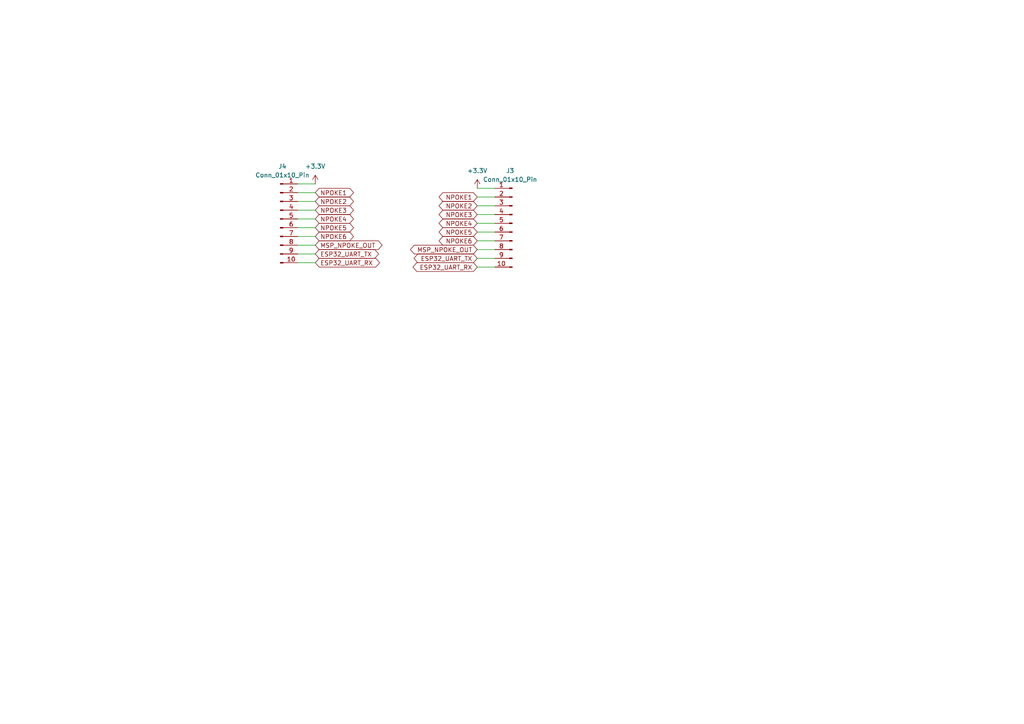
<source format=kicad_sch>
(kicad_sch
	(version 20250114)
	(generator "eeschema")
	(generator_version "9.0")
	(uuid "06ea01e3-bf4b-45b4-98e7-b3d0b06b83f1")
	(paper "A4")
	(lib_symbols
		(symbol "Connector:Conn_01x10_Pin"
			(pin_names
				(offset 1.016)
				(hide yes)
			)
			(exclude_from_sim no)
			(in_bom yes)
			(on_board yes)
			(property "Reference" "J"
				(at 0 12.7 0)
				(effects
					(font
						(size 1.27 1.27)
					)
				)
			)
			(property "Value" "Conn_01x10_Pin"
				(at 0 -15.24 0)
				(effects
					(font
						(size 1.27 1.27)
					)
				)
			)
			(property "Footprint" ""
				(at 0 0 0)
				(effects
					(font
						(size 1.27 1.27)
					)
					(hide yes)
				)
			)
			(property "Datasheet" "~"
				(at 0 0 0)
				(effects
					(font
						(size 1.27 1.27)
					)
					(hide yes)
				)
			)
			(property "Description" "Generic connector, single row, 01x10, script generated"
				(at 0 0 0)
				(effects
					(font
						(size 1.27 1.27)
					)
					(hide yes)
				)
			)
			(property "ki_locked" ""
				(at 0 0 0)
				(effects
					(font
						(size 1.27 1.27)
					)
				)
			)
			(property "ki_keywords" "connector"
				(at 0 0 0)
				(effects
					(font
						(size 1.27 1.27)
					)
					(hide yes)
				)
			)
			(property "ki_fp_filters" "Connector*:*_1x??_*"
				(at 0 0 0)
				(effects
					(font
						(size 1.27 1.27)
					)
					(hide yes)
				)
			)
			(symbol "Conn_01x10_Pin_1_1"
				(rectangle
					(start 0.8636 10.287)
					(end 0 10.033)
					(stroke
						(width 0.1524)
						(type default)
					)
					(fill
						(type outline)
					)
				)
				(rectangle
					(start 0.8636 7.747)
					(end 0 7.493)
					(stroke
						(width 0.1524)
						(type default)
					)
					(fill
						(type outline)
					)
				)
				(rectangle
					(start 0.8636 5.207)
					(end 0 4.953)
					(stroke
						(width 0.1524)
						(type default)
					)
					(fill
						(type outline)
					)
				)
				(rectangle
					(start 0.8636 2.667)
					(end 0 2.413)
					(stroke
						(width 0.1524)
						(type default)
					)
					(fill
						(type outline)
					)
				)
				(rectangle
					(start 0.8636 0.127)
					(end 0 -0.127)
					(stroke
						(width 0.1524)
						(type default)
					)
					(fill
						(type outline)
					)
				)
				(rectangle
					(start 0.8636 -2.413)
					(end 0 -2.667)
					(stroke
						(width 0.1524)
						(type default)
					)
					(fill
						(type outline)
					)
				)
				(rectangle
					(start 0.8636 -4.953)
					(end 0 -5.207)
					(stroke
						(width 0.1524)
						(type default)
					)
					(fill
						(type outline)
					)
				)
				(rectangle
					(start 0.8636 -7.493)
					(end 0 -7.747)
					(stroke
						(width 0.1524)
						(type default)
					)
					(fill
						(type outline)
					)
				)
				(rectangle
					(start 0.8636 -10.033)
					(end 0 -10.287)
					(stroke
						(width 0.1524)
						(type default)
					)
					(fill
						(type outline)
					)
				)
				(rectangle
					(start 0.8636 -12.573)
					(end 0 -12.827)
					(stroke
						(width 0.1524)
						(type default)
					)
					(fill
						(type outline)
					)
				)
				(polyline
					(pts
						(xy 1.27 10.16) (xy 0.8636 10.16)
					)
					(stroke
						(width 0.1524)
						(type default)
					)
					(fill
						(type none)
					)
				)
				(polyline
					(pts
						(xy 1.27 7.62) (xy 0.8636 7.62)
					)
					(stroke
						(width 0.1524)
						(type default)
					)
					(fill
						(type none)
					)
				)
				(polyline
					(pts
						(xy 1.27 5.08) (xy 0.8636 5.08)
					)
					(stroke
						(width 0.1524)
						(type default)
					)
					(fill
						(type none)
					)
				)
				(polyline
					(pts
						(xy 1.27 2.54) (xy 0.8636 2.54)
					)
					(stroke
						(width 0.1524)
						(type default)
					)
					(fill
						(type none)
					)
				)
				(polyline
					(pts
						(xy 1.27 0) (xy 0.8636 0)
					)
					(stroke
						(width 0.1524)
						(type default)
					)
					(fill
						(type none)
					)
				)
				(polyline
					(pts
						(xy 1.27 -2.54) (xy 0.8636 -2.54)
					)
					(stroke
						(width 0.1524)
						(type default)
					)
					(fill
						(type none)
					)
				)
				(polyline
					(pts
						(xy 1.27 -5.08) (xy 0.8636 -5.08)
					)
					(stroke
						(width 0.1524)
						(type default)
					)
					(fill
						(type none)
					)
				)
				(polyline
					(pts
						(xy 1.27 -7.62) (xy 0.8636 -7.62)
					)
					(stroke
						(width 0.1524)
						(type default)
					)
					(fill
						(type none)
					)
				)
				(polyline
					(pts
						(xy 1.27 -10.16) (xy 0.8636 -10.16)
					)
					(stroke
						(width 0.1524)
						(type default)
					)
					(fill
						(type none)
					)
				)
				(polyline
					(pts
						(xy 1.27 -12.7) (xy 0.8636 -12.7)
					)
					(stroke
						(width 0.1524)
						(type default)
					)
					(fill
						(type none)
					)
				)
				(pin passive line
					(at 5.08 10.16 180)
					(length 3.81)
					(name "Pin_1"
						(effects
							(font
								(size 1.27 1.27)
							)
						)
					)
					(number "1"
						(effects
							(font
								(size 1.27 1.27)
							)
						)
					)
				)
				(pin passive line
					(at 5.08 7.62 180)
					(length 3.81)
					(name "Pin_2"
						(effects
							(font
								(size 1.27 1.27)
							)
						)
					)
					(number "2"
						(effects
							(font
								(size 1.27 1.27)
							)
						)
					)
				)
				(pin passive line
					(at 5.08 5.08 180)
					(length 3.81)
					(name "Pin_3"
						(effects
							(font
								(size 1.27 1.27)
							)
						)
					)
					(number "3"
						(effects
							(font
								(size 1.27 1.27)
							)
						)
					)
				)
				(pin passive line
					(at 5.08 2.54 180)
					(length 3.81)
					(name "Pin_4"
						(effects
							(font
								(size 1.27 1.27)
							)
						)
					)
					(number "4"
						(effects
							(font
								(size 1.27 1.27)
							)
						)
					)
				)
				(pin passive line
					(at 5.08 0 180)
					(length 3.81)
					(name "Pin_5"
						(effects
							(font
								(size 1.27 1.27)
							)
						)
					)
					(number "5"
						(effects
							(font
								(size 1.27 1.27)
							)
						)
					)
				)
				(pin passive line
					(at 5.08 -2.54 180)
					(length 3.81)
					(name "Pin_6"
						(effects
							(font
								(size 1.27 1.27)
							)
						)
					)
					(number "6"
						(effects
							(font
								(size 1.27 1.27)
							)
						)
					)
				)
				(pin passive line
					(at 5.08 -5.08 180)
					(length 3.81)
					(name "Pin_7"
						(effects
							(font
								(size 1.27 1.27)
							)
						)
					)
					(number "7"
						(effects
							(font
								(size 1.27 1.27)
							)
						)
					)
				)
				(pin passive line
					(at 5.08 -7.62 180)
					(length 3.81)
					(name "Pin_8"
						(effects
							(font
								(size 1.27 1.27)
							)
						)
					)
					(number "8"
						(effects
							(font
								(size 1.27 1.27)
							)
						)
					)
				)
				(pin passive line
					(at 5.08 -10.16 180)
					(length 3.81)
					(name "Pin_9"
						(effects
							(font
								(size 1.27 1.27)
							)
						)
					)
					(number "9"
						(effects
							(font
								(size 1.27 1.27)
							)
						)
					)
				)
				(pin passive line
					(at 5.08 -12.7 180)
					(length 3.81)
					(name "Pin_10"
						(effects
							(font
								(size 1.27 1.27)
							)
						)
					)
					(number "10"
						(effects
							(font
								(size 1.27 1.27)
							)
						)
					)
				)
			)
			(embedded_fonts no)
		)
		(symbol "power:+3.3V"
			(power)
			(pin_numbers
				(hide yes)
			)
			(pin_names
				(offset 0)
				(hide yes)
			)
			(exclude_from_sim no)
			(in_bom yes)
			(on_board yes)
			(property "Reference" "#PWR"
				(at 0 -3.81 0)
				(effects
					(font
						(size 1.27 1.27)
					)
					(hide yes)
				)
			)
			(property "Value" "+3.3V"
				(at 0 3.556 0)
				(effects
					(font
						(size 1.27 1.27)
					)
				)
			)
			(property "Footprint" ""
				(at 0 0 0)
				(effects
					(font
						(size 1.27 1.27)
					)
					(hide yes)
				)
			)
			(property "Datasheet" ""
				(at 0 0 0)
				(effects
					(font
						(size 1.27 1.27)
					)
					(hide yes)
				)
			)
			(property "Description" "Power symbol creates a global label with name \"+3.3V\""
				(at 0 0 0)
				(effects
					(font
						(size 1.27 1.27)
					)
					(hide yes)
				)
			)
			(property "ki_keywords" "global power"
				(at 0 0 0)
				(effects
					(font
						(size 1.27 1.27)
					)
					(hide yes)
				)
			)
			(symbol "+3.3V_0_1"
				(polyline
					(pts
						(xy -0.762 1.27) (xy 0 2.54)
					)
					(stroke
						(width 0)
						(type default)
					)
					(fill
						(type none)
					)
				)
				(polyline
					(pts
						(xy 0 2.54) (xy 0.762 1.27)
					)
					(stroke
						(width 0)
						(type default)
					)
					(fill
						(type none)
					)
				)
				(polyline
					(pts
						(xy 0 0) (xy 0 2.54)
					)
					(stroke
						(width 0)
						(type default)
					)
					(fill
						(type none)
					)
				)
			)
			(symbol "+3.3V_1_1"
				(pin power_in line
					(at 0 0 90)
					(length 0)
					(name "~"
						(effects
							(font
								(size 1.27 1.27)
							)
						)
					)
					(number "1"
						(effects
							(font
								(size 1.27 1.27)
							)
						)
					)
				)
			)
			(embedded_fonts no)
		)
	)
	(wire
		(pts
			(xy 138.43 67.31) (xy 143.51 67.31)
		)
		(stroke
			(width 0)
			(type default)
		)
		(uuid "02580580-60b8-4c2e-81b9-42e1f488c17d")
	)
	(wire
		(pts
			(xy 86.36 73.66) (xy 91.44 73.66)
		)
		(stroke
			(width 0)
			(type default)
		)
		(uuid "114564e8-7b6e-4c78-b003-8544ca74f74c")
	)
	(wire
		(pts
			(xy 86.36 71.12) (xy 91.44 71.12)
		)
		(stroke
			(width 0)
			(type default)
		)
		(uuid "2eefbb9e-d1e6-4e08-bd69-eda2af63e6d0")
	)
	(wire
		(pts
			(xy 86.36 58.42) (xy 91.44 58.42)
		)
		(stroke
			(width 0)
			(type default)
		)
		(uuid "2fb3a64d-963a-4765-b1f7-859771583515")
	)
	(wire
		(pts
			(xy 86.36 76.2) (xy 91.44 76.2)
		)
		(stroke
			(width 0)
			(type default)
		)
		(uuid "33b0513a-2f5d-414f-a037-a0db82811ad1")
	)
	(wire
		(pts
			(xy 86.36 53.34) (xy 91.44 53.34)
		)
		(stroke
			(width 0)
			(type default)
		)
		(uuid "43e43b17-8de8-4b01-80b8-cac879b389e4")
	)
	(wire
		(pts
			(xy 138.43 57.15) (xy 143.51 57.15)
		)
		(stroke
			(width 0)
			(type default)
		)
		(uuid "4b686070-f252-4a99-85e3-9015dc412f97")
	)
	(wire
		(pts
			(xy 138.43 72.39) (xy 143.51 72.39)
		)
		(stroke
			(width 0)
			(type default)
		)
		(uuid "4c9850b3-7c8c-4dae-8be4-cb0759683a59")
	)
	(wire
		(pts
			(xy 138.43 69.85) (xy 143.51 69.85)
		)
		(stroke
			(width 0)
			(type default)
		)
		(uuid "4dd6b57c-fa49-48b9-a9d1-b03c1b0dac09")
	)
	(wire
		(pts
			(xy 138.43 59.69) (xy 143.51 59.69)
		)
		(stroke
			(width 0)
			(type default)
		)
		(uuid "52a9a023-1c76-4c01-a16f-b8e10c2cfc4b")
	)
	(wire
		(pts
			(xy 138.43 62.23) (xy 143.51 62.23)
		)
		(stroke
			(width 0)
			(type default)
		)
		(uuid "644bdb49-343e-4a5a-9d57-720c89cf5876")
	)
	(wire
		(pts
			(xy 138.43 54.61) (xy 143.51 54.61)
		)
		(stroke
			(width 0)
			(type default)
		)
		(uuid "6e82ae7a-aad3-450b-8ac0-97b615e2cfb7")
	)
	(wire
		(pts
			(xy 86.36 63.5) (xy 91.44 63.5)
		)
		(stroke
			(width 0)
			(type default)
		)
		(uuid "7544e71a-5253-4aac-9516-b46a6630ac41")
	)
	(wire
		(pts
			(xy 86.36 68.58) (xy 91.44 68.58)
		)
		(stroke
			(width 0)
			(type default)
		)
		(uuid "7d168ec7-ef3b-44f0-a0c1-74fded410df1")
	)
	(wire
		(pts
			(xy 86.36 60.96) (xy 91.44 60.96)
		)
		(stroke
			(width 0)
			(type default)
		)
		(uuid "a40b6a1f-0616-489e-94f6-82177149d638")
	)
	(wire
		(pts
			(xy 138.43 64.77) (xy 143.51 64.77)
		)
		(stroke
			(width 0)
			(type default)
		)
		(uuid "ab7fdee0-8ebd-476f-8559-c844d3b87dc3")
	)
	(wire
		(pts
			(xy 138.43 77.47) (xy 143.51 77.47)
		)
		(stroke
			(width 0)
			(type default)
		)
		(uuid "ae58319b-7148-4437-9018-942764be9113")
	)
	(wire
		(pts
			(xy 86.36 55.88) (xy 91.44 55.88)
		)
		(stroke
			(width 0)
			(type default)
		)
		(uuid "c08ca6ba-4913-4f4e-bdb3-5eac5acf88be")
	)
	(wire
		(pts
			(xy 86.36 66.04) (xy 91.44 66.04)
		)
		(stroke
			(width 0)
			(type default)
		)
		(uuid "e4a07d75-7678-4aac-8a97-cf05a1bbf14d")
	)
	(wire
		(pts
			(xy 138.43 74.93) (xy 143.51 74.93)
		)
		(stroke
			(width 0)
			(type default)
		)
		(uuid "fd086e1b-8951-42cf-b74b-2ee4e6fee1e9")
	)
	(global_label "NPOKE6"
		(shape bidirectional)
		(at 138.43 69.85 180)
		(fields_autoplaced yes)
		(effects
			(font
				(size 1.27 1.27)
			)
			(justify right)
		)
		(uuid "255ec380-a3c8-4079-ac97-f7305c3522d1")
		(property "Intersheetrefs" "${INTERSHEET_REFS}"
			(at 150.086 69.85 0)
			(effects
				(font
					(size 1.27 1.27)
				)
				(justify left)
				(hide yes)
			)
		)
	)
	(global_label "NPOKE5"
		(shape bidirectional)
		(at 138.43 67.31 180)
		(fields_autoplaced yes)
		(effects
			(font
				(size 1.27 1.27)
			)
			(justify right)
		)
		(uuid "3d373e53-e9e2-4ff2-8059-a7d3760f088f")
		(property "Intersheetrefs" "${INTERSHEET_REFS}"
			(at 150.086 67.31 0)
			(effects
				(font
					(size 1.27 1.27)
				)
				(justify left)
				(hide yes)
			)
		)
	)
	(global_label "NPOKE4"
		(shape bidirectional)
		(at 138.43 64.77 180)
		(fields_autoplaced yes)
		(effects
			(font
				(size 1.27 1.27)
			)
			(justify right)
		)
		(uuid "485918a9-b2a0-4e23-b26b-f4362a1306b8")
		(property "Intersheetrefs" "${INTERSHEET_REFS}"
			(at 150.086 64.77 0)
			(effects
				(font
					(size 1.27 1.27)
				)
				(justify left)
				(hide yes)
			)
		)
	)
	(global_label "NPOKE5"
		(shape bidirectional)
		(at 91.44 66.04 0)
		(fields_autoplaced yes)
		(effects
			(font
				(size 1.27 1.27)
			)
			(justify left)
		)
		(uuid "5ce4798e-05eb-4d32-9e8d-40300a28206f")
		(property "Intersheetrefs" "${INTERSHEET_REFS}"
			(at 103.096 66.04 0)
			(effects
				(font
					(size 1.27 1.27)
				)
				(justify left)
				(hide yes)
			)
		)
	)
	(global_label "NPOKE2"
		(shape bidirectional)
		(at 91.44 58.42 0)
		(fields_autoplaced yes)
		(effects
			(font
				(size 1.27 1.27)
			)
			(justify left)
		)
		(uuid "645900ff-b3b3-476e-845d-b5d6948e306c")
		(property "Intersheetrefs" "${INTERSHEET_REFS}"
			(at 103.096 58.42 0)
			(effects
				(font
					(size 1.27 1.27)
				)
				(justify left)
				(hide yes)
			)
		)
	)
	(global_label "NPOKE4"
		(shape bidirectional)
		(at 91.44 63.5 0)
		(fields_autoplaced yes)
		(effects
			(font
				(size 1.27 1.27)
			)
			(justify left)
		)
		(uuid "761c5c99-550f-4932-b629-d1bd249ccb55")
		(property "Intersheetrefs" "${INTERSHEET_REFS}"
			(at 103.096 63.5 0)
			(effects
				(font
					(size 1.27 1.27)
				)
				(justify left)
				(hide yes)
			)
		)
	)
	(global_label "NPOKE3"
		(shape bidirectional)
		(at 91.44 60.96 0)
		(fields_autoplaced yes)
		(effects
			(font
				(size 1.27 1.27)
			)
			(justify left)
		)
		(uuid "839d3ecb-5db3-4fcf-b710-7376c33e2d90")
		(property "Intersheetrefs" "${INTERSHEET_REFS}"
			(at 103.096 60.96 0)
			(effects
				(font
					(size 1.27 1.27)
				)
				(justify left)
				(hide yes)
			)
		)
	)
	(global_label "ESP32_UART_TX"
		(shape bidirectional)
		(at 91.44 73.66 0)
		(fields_autoplaced yes)
		(effects
			(font
				(size 1.27 1.27)
			)
			(justify left)
		)
		(uuid "8bbd727f-3029-4378-8e7d-51ab1dea890c")
		(property "Intersheetrefs" "${INTERSHEET_REFS}"
			(at 110.353 73.66 0)
			(effects
				(font
					(size 1.27 1.27)
				)
				(justify left)
				(hide yes)
			)
		)
	)
	(global_label "NPOKE1"
		(shape bidirectional)
		(at 91.44 55.88 0)
		(fields_autoplaced yes)
		(effects
			(font
				(size 1.27 1.27)
			)
			(justify left)
		)
		(uuid "8dcfd815-585e-4483-a04f-5d6bc05af4d3")
		(property "Intersheetrefs" "${INTERSHEET_REFS}"
			(at 103.096 55.88 0)
			(effects
				(font
					(size 1.27 1.27)
				)
				(justify left)
				(hide yes)
			)
		)
	)
	(global_label "NPOKE2"
		(shape bidirectional)
		(at 138.43 59.69 180)
		(fields_autoplaced yes)
		(effects
			(font
				(size 1.27 1.27)
			)
			(justify right)
		)
		(uuid "b99f72a3-2866-4850-9a0e-2bbaa6e0c1b5")
		(property "Intersheetrefs" "${INTERSHEET_REFS}"
			(at 150.086 59.69 0)
			(effects
				(font
					(size 1.27 1.27)
				)
				(justify left)
				(hide yes)
			)
		)
	)
	(global_label "MSP_NPOKE_OUT"
		(shape bidirectional)
		(at 138.43 72.39 180)
		(fields_autoplaced yes)
		(effects
			(font
				(size 1.27 1.27)
			)
			(justify right)
		)
		(uuid "bff924bb-ccde-4e56-8b57-b2ca8d0780ff")
		(property "Intersheetrefs" "${INTERSHEET_REFS}"
			(at 118.4888 72.39 0)
			(effects
				(font
					(size 1.27 1.27)
				)
				(justify right)
				(hide yes)
			)
		)
	)
	(global_label "ESP32_UART_RX"
		(shape bidirectional)
		(at 91.44 76.2 0)
		(fields_autoplaced yes)
		(effects
			(font
				(size 1.27 1.27)
			)
			(justify left)
		)
		(uuid "c3a7d1cb-1e0b-4260-b9e2-1a4610ebc178")
		(property "Intersheetrefs" "${INTERSHEET_REFS}"
			(at 110.6554 76.2 0)
			(effects
				(font
					(size 1.27 1.27)
				)
				(justify left)
				(hide yes)
			)
		)
	)
	(global_label "NPOKE6"
		(shape bidirectional)
		(at 91.44 68.58 0)
		(fields_autoplaced yes)
		(effects
			(font
				(size 1.27 1.27)
			)
			(justify left)
		)
		(uuid "d4348c6e-f1e8-4e3d-8ca1-bdfd71240f42")
		(property "Intersheetrefs" "${INTERSHEET_REFS}"
			(at 103.096 68.58 0)
			(effects
				(font
					(size 1.27 1.27)
				)
				(justify left)
				(hide yes)
			)
		)
	)
	(global_label "NPOKE1"
		(shape bidirectional)
		(at 138.43 57.15 180)
		(fields_autoplaced yes)
		(effects
			(font
				(size 1.27 1.27)
			)
			(justify right)
		)
		(uuid "d91d4cd5-99d7-4ae8-bd1a-52fdf004e3f9")
		(property "Intersheetrefs" "${INTERSHEET_REFS}"
			(at 150.086 57.15 0)
			(effects
				(font
					(size 1.27 1.27)
				)
				(justify left)
				(hide yes)
			)
		)
	)
	(global_label "NPOKE3"
		(shape bidirectional)
		(at 138.43 62.23 180)
		(fields_autoplaced yes)
		(effects
			(font
				(size 1.27 1.27)
			)
			(justify right)
		)
		(uuid "ebfbffd1-b35f-4aa3-97e6-c6bb95b8558e")
		(property "Intersheetrefs" "${INTERSHEET_REFS}"
			(at 150.086 62.23 0)
			(effects
				(font
					(size 1.27 1.27)
				)
				(justify left)
				(hide yes)
			)
		)
	)
	(global_label "MSP_NPOKE_OUT"
		(shape bidirectional)
		(at 91.44 71.12 0)
		(fields_autoplaced yes)
		(effects
			(font
				(size 1.27 1.27)
			)
			(justify left)
		)
		(uuid "f655a613-f471-46dc-9601-26e68c5ad215")
		(property "Intersheetrefs" "${INTERSHEET_REFS}"
			(at 71.4988 71.12 0)
			(effects
				(font
					(size 1.27 1.27)
				)
				(justify right)
				(hide yes)
			)
		)
	)
	(global_label "ESP32_UART_TX"
		(shape bidirectional)
		(at 138.43 74.93 180)
		(fields_autoplaced yes)
		(effects
			(font
				(size 1.27 1.27)
			)
			(justify right)
		)
		(uuid "fa06d8c5-51f0-49df-8feb-f44980324d1e")
		(property "Intersheetrefs" "${INTERSHEET_REFS}"
			(at 157.343 74.93 0)
			(effects
				(font
					(size 1.27 1.27)
				)
				(justify left)
				(hide yes)
			)
		)
	)
	(global_label "ESP32_UART_RX"
		(shape bidirectional)
		(at 138.43 77.47 180)
		(fields_autoplaced yes)
		(effects
			(font
				(size 1.27 1.27)
			)
			(justify right)
		)
		(uuid "fd2ecf28-a0f7-4696-8e74-56eb864c1e9f")
		(property "Intersheetrefs" "${INTERSHEET_REFS}"
			(at 157.6454 77.47 0)
			(effects
				(font
					(size 1.27 1.27)
				)
				(justify left)
				(hide yes)
			)
		)
	)
	(symbol
		(lib_id "power:+3.3V")
		(at 91.44 53.34 0)
		(unit 1)
		(exclude_from_sim no)
		(in_bom yes)
		(on_board yes)
		(dnp no)
		(fields_autoplaced yes)
		(uuid "3beb404f-1b15-4a2e-8b6c-0a8be26b7b66")
		(property "Reference" "#PWR022"
			(at 91.44 57.15 0)
			(effects
				(font
					(size 1.27 1.27)
				)
				(hide yes)
			)
		)
		(property "Value" "+3.3V"
			(at 91.44 48.26 0)
			(effects
				(font
					(size 1.27 1.27)
				)
			)
		)
		(property "Footprint" ""
			(at 91.44 53.34 0)
			(effects
				(font
					(size 1.27 1.27)
				)
				(hide yes)
			)
		)
		(property "Datasheet" ""
			(at 91.44 53.34 0)
			(effects
				(font
					(size 1.27 1.27)
				)
				(hide yes)
			)
		)
		(property "Description" "Power symbol creates a global label with name \"+3.3V\""
			(at 91.44 53.34 0)
			(effects
				(font
					(size 1.27 1.27)
				)
				(hide yes)
			)
		)
		(pin "1"
			(uuid "18b01e8a-320c-4132-a094-1aead7c8c686")
		)
		(instances
			(project "ECE 2799 Rose Actuator Boards V2"
				(path "/7b54b20f-95ea-471b-884f-de37eca32e63/ade90999-66ba-45a5-aa88-d83240307211/b9481e0d-efbe-4d6e-8635-f6c43dd3cdf3"
					(reference "#PWR022")
					(unit 1)
				)
			)
		)
	)
	(symbol
		(lib_id "power:+3.3V")
		(at 138.43 54.61 0)
		(unit 1)
		(exclude_from_sim no)
		(in_bom yes)
		(on_board yes)
		(dnp no)
		(fields_autoplaced yes)
		(uuid "83252382-57ee-46e9-8a06-5010ba10519a")
		(property "Reference" "#PWR021"
			(at 138.43 58.42 0)
			(effects
				(font
					(size 1.27 1.27)
				)
				(hide yes)
			)
		)
		(property "Value" "+3.3V"
			(at 138.43 49.53 0)
			(effects
				(font
					(size 1.27 1.27)
				)
			)
		)
		(property "Footprint" ""
			(at 138.43 54.61 0)
			(effects
				(font
					(size 1.27 1.27)
				)
				(hide yes)
			)
		)
		(property "Datasheet" ""
			(at 138.43 54.61 0)
			(effects
				(font
					(size 1.27 1.27)
				)
				(hide yes)
			)
		)
		(property "Description" "Power symbol creates a global label with name \"+3.3V\""
			(at 138.43 54.61 0)
			(effects
				(font
					(size 1.27 1.27)
				)
				(hide yes)
			)
		)
		(pin "1"
			(uuid "b1b8993c-205b-421a-a394-8b0f199960d3")
		)
		(instances
			(project "ECE 2799 Rose Actuator Boards V2"
				(path "/7b54b20f-95ea-471b-884f-de37eca32e63/ade90999-66ba-45a5-aa88-d83240307211/b9481e0d-efbe-4d6e-8635-f6c43dd3cdf3"
					(reference "#PWR021")
					(unit 1)
				)
			)
		)
	)
	(symbol
		(lib_id "Connector:Conn_01x10_Pin")
		(at 81.28 63.5 0)
		(unit 1)
		(exclude_from_sim no)
		(in_bom yes)
		(on_board yes)
		(dnp no)
		(fields_autoplaced yes)
		(uuid "911e1b09-b699-460f-8e7b-709fcd5dce76")
		(property "Reference" "J4"
			(at 81.915 48.26 0)
			(effects
				(font
					(size 1.27 1.27)
				)
			)
		)
		(property "Value" "Conn_01x10_Pin"
			(at 81.915 50.8 0)
			(effects
				(font
					(size 1.27 1.27)
				)
			)
		)
		(property "Footprint" ""
			(at 81.28 63.5 0)
			(effects
				(font
					(size 1.27 1.27)
				)
				(hide yes)
			)
		)
		(property "Datasheet" "~"
			(at 81.28 63.5 0)
			(effects
				(font
					(size 1.27 1.27)
				)
				(hide yes)
			)
		)
		(property "Description" "Generic connector, single row, 01x10, script generated"
			(at 81.28 63.5 0)
			(effects
				(font
					(size 1.27 1.27)
				)
				(hide yes)
			)
		)
		(pin "7"
			(uuid "15891aba-977f-440b-abfd-35807c169a58")
		)
		(pin "9"
			(uuid "05e1c3fd-ee42-4e67-aff8-3f232a72375d")
		)
		(pin "2"
			(uuid "855d1fcf-8289-468a-a975-a6e64d0f66e5")
		)
		(pin "6"
			(uuid "391510e0-04d9-4c2b-8fc6-1b51679de3f8")
		)
		(pin "1"
			(uuid "86256c68-8ea9-431f-96d3-4214e3845c36")
		)
		(pin "3"
			(uuid "67c7a858-8103-4b1c-9fd5-862b5caf7a72")
		)
		(pin "4"
			(uuid "69c7f630-22fe-44d1-89d2-58f570911369")
		)
		(pin "5"
			(uuid "2f0f9a00-fd59-4ba2-98a9-66c6e2951fe1")
		)
		(pin "8"
			(uuid "16000a67-6cd4-4eca-82c9-a8d14e432bc8")
		)
		(pin "10"
			(uuid "e7b07264-60fb-428b-9570-312b1414cbf8")
		)
		(instances
			(project ""
				(path "/7b54b20f-95ea-471b-884f-de37eca32e63/ade90999-66ba-45a5-aa88-d83240307211/b9481e0d-efbe-4d6e-8635-f6c43dd3cdf3"
					(reference "J4")
					(unit 1)
				)
			)
		)
	)
	(symbol
		(lib_id "Connector:Conn_01x10_Pin")
		(at 148.59 64.77 0)
		(mirror y)
		(unit 1)
		(exclude_from_sim no)
		(in_bom yes)
		(on_board yes)
		(dnp no)
		(uuid "b9f3105a-f26e-4ee0-ab98-e63bbe38d65e")
		(property "Reference" "J3"
			(at 147.955 49.53 0)
			(effects
				(font
					(size 1.27 1.27)
				)
			)
		)
		(property "Value" "Conn_01x10_Pin"
			(at 147.955 52.07 0)
			(effects
				(font
					(size 1.27 1.27)
				)
			)
		)
		(property "Footprint" ""
			(at 148.59 64.77 0)
			(effects
				(font
					(size 1.27 1.27)
				)
				(hide yes)
			)
		)
		(property "Datasheet" "~"
			(at 148.59 64.77 0)
			(effects
				(font
					(size 1.27 1.27)
				)
				(hide yes)
			)
		)
		(property "Description" "Generic connector, single row, 01x10, script generated"
			(at 148.59 64.77 0)
			(effects
				(font
					(size 1.27 1.27)
				)
				(hide yes)
			)
		)
		(pin "7"
			(uuid "7e5367af-3c16-462d-b6cf-c95fa21ed6af")
		)
		(pin "9"
			(uuid "736e5f02-6fb8-4105-a26e-4010b5f5ff03")
		)
		(pin "2"
			(uuid "d47cfd74-b41f-4101-9096-b71a72f3753c")
		)
		(pin "6"
			(uuid "f51bcd83-c615-49ed-9383-ea08903f7053")
		)
		(pin "1"
			(uuid "668b04c9-26be-4be1-8696-22d68fd96ede")
		)
		(pin "3"
			(uuid "5206f074-1ffb-4a6f-908d-5a2ca0a7256c")
		)
		(pin "4"
			(uuid "1ec307b6-5bcd-430a-987b-1d36b3211953")
		)
		(pin "5"
			(uuid "fd82efa4-c95f-4efe-b735-2a02afc13066")
		)
		(pin "8"
			(uuid "a3ff7806-742a-4fd4-9e73-cc56aa0e576c")
		)
		(pin "10"
			(uuid "a4844134-595a-4a38-b43d-79b96a9d055c")
		)
		(instances
			(project "ECE 2799 Rose Actuator Boards V2"
				(path "/7b54b20f-95ea-471b-884f-de37eca32e63/ade90999-66ba-45a5-aa88-d83240307211/b9481e0d-efbe-4d6e-8635-f6c43dd3cdf3"
					(reference "J3")
					(unit 1)
				)
			)
		)
	)
)

</source>
